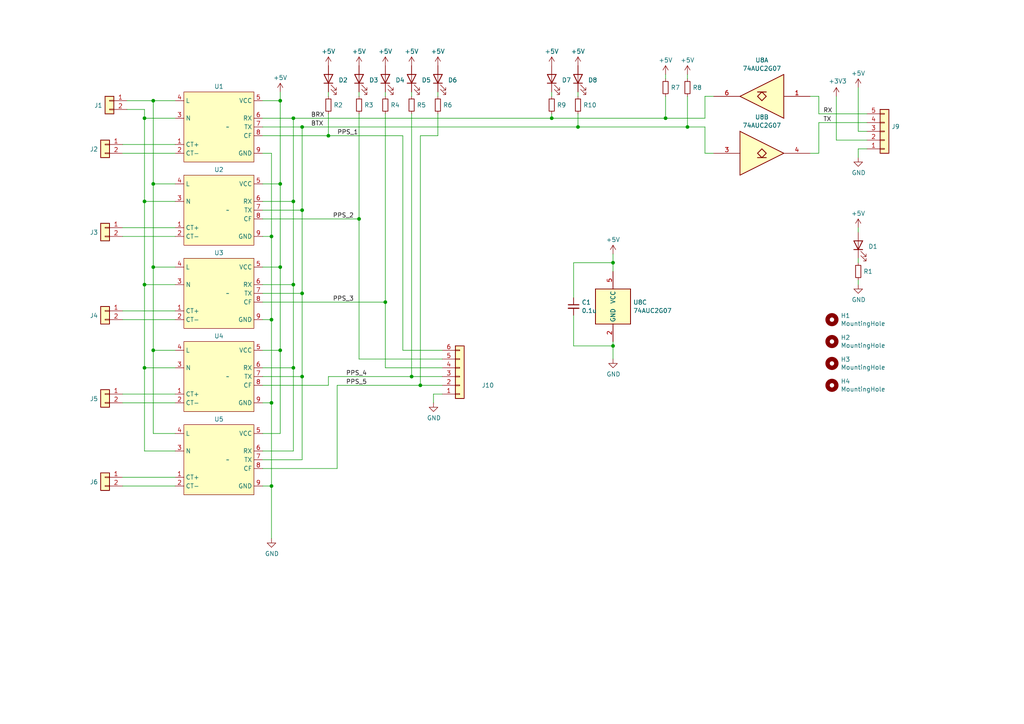
<source format=kicad_sch>
(kicad_sch (version 20230121) (generator eeschema)
  (paper "A4")
  (lib_symbols
    (symbol "74xGxx:74AUC2G07"
      (property "Reference" "U" (at -2.54 3.81 0))
      (property "Value" "74AUC2G07" (at 0 -3.81 0))
      (symbol "74AUC2G07_1_1"
        (polyline (pts (xy -2.54 -1.27) (xy 0 -1.27)) (stroke (width 0.254)) (fill (type background)))
        (polyline (pts (xy -7.62 6.35) (xy -7.62 -6.35) (xy 5.08 0) (xy -7.62 6.35)) (stroke (width 0.254)) (fill (type background)))
        (polyline (pts (xy -1.27 1.27) (xy -2.54 0) (xy -1.27 -1.27) (xy 0 0) (xy -1.27 1.27)) (stroke (width 0.254)) (fill (type background)))
        (pin input line (at -15.24 0 0) (length 7.62) (name "~") (number "1"))
        (pin open_collector line (at 12.7 0 180) (length 7.62) (name "~") (number "6"))
      )
      (symbol "74AUC2G07_2_1"
        (polyline (pts (xy -2.54 -1.27) (xy 0 -1.27)) (stroke (width 0.254)) (fill (type background)))
        (polyline (pts (xy -7.62 6.35) (xy -7.62 -6.35) (xy 5.08 0) (xy -7.62 6.35)) (stroke (width 0.254)) (fill (type background)))
        (polyline (pts (xy -1.27 1.27) (xy -2.54 0) (xy -1.27 -1.27) (xy 0 0) (xy -1.27 1.27)) (stroke (width 0.254)) (fill (type background)))
        (pin input line (at -15.24 0 0) (length 7.62) (name "~") (number "3"))
        (pin open_collector line (at 12.7 0 180) (length 7.62) (name "~") (number "4"))
      )
      (symbol "74AUC2G07_3_0"
        (rectangle (start -5.08 -5.08) (end 5.08 5.08) (stroke (width 0.254)) (fill (type background)))
      )
      (symbol "74AUC2G07_3_1"
        (pin power_in line (at 0 -10.16 90) (length 5.08) (name "GND") (number "2"))
        (pin power_in line (at 0 10.16 270) (length 5.08) (name "VCC") (number "5"))
      )
    )
    (symbol "Connector_Generic:Conn_01x02" (pin_names (offset 1.016) hide)
      (property "Reference" "J" (at 0 2.54 0))
      (property "Value" "Conn_01x02" (at 0 -5.08 0))
      (symbol "Conn_01x02_1_1"
        (rectangle (start -1.27 -2.413) (end 0 -2.667) (stroke (width 0.1524)))
        (rectangle (start -1.27 0.127) (end 0 -0.127) (stroke (width 0.1524)))
        (rectangle (start -1.27 1.27) (end 1.27 -3.81) (stroke (width 0.254)) (fill (type background)))
        (pin passive line (at -5.08 0 0) (length 3.81) (name "Pin_1") (number "1"))
        (pin passive line (at -5.08 -2.54 0) (length 3.81) (name "Pin_2") (number "2"))
      )
    )
    (symbol "Connector_Generic:Conn_01x05" (pin_names (offset 1.016) hide)
      (property "Reference" "J" (at 0 7.62 0))
      (property "Value" "Conn_01x05" (at 0 -7.62 0))
      (symbol "Conn_01x05_1_1"
        (rectangle (start -1.27 -4.953) (end 0 -5.207) (stroke (width 0.1524)))
        (rectangle (start -1.27 -2.413) (end 0 -2.667) (stroke (width 0.1524)))
        (rectangle (start -1.27 0.127) (end 0 -0.127) (stroke (width 0.1524)))
        (rectangle (start -1.27 2.667) (end 0 2.413) (stroke (width 0.1524)))
        (rectangle (start -1.27 5.207) (end 0 4.953) (stroke (width 0.1524)))
        (rectangle (start -1.27 6.35) (end 1.27 -6.35) (stroke (width 0.254)) (fill (type background)))
        (pin passive line (at -5.08 5.08 0) (length 3.81) (name "Pin_1") (number "1"))
        (pin passive line (at -5.08 2.54 0) (length 3.81) (name "Pin_2") (number "2"))
        (pin passive line (at -5.08 0 0) (length 3.81) (name "Pin_3") (number "3"))
        (pin passive line (at -5.08 -2.54 0) (length 3.81) (name "Pin_4") (number "4"))
        (pin passive line (at -5.08 -5.08 0) (length 3.81) (name "Pin_5") (number "5"))
      )
    )
    (symbol "Connector_Generic:Conn_01x06" (pin_names (offset 1.016) hide)
      (property "Reference" "J" (at 0 7.62 0))
      (property "Value" "Conn_01x06" (at 0 -10.16 0))
      (symbol "Conn_01x06_1_1"
        (rectangle (start -1.27 -7.493) (end 0 -7.747) (stroke (width 0.1524)))
        (rectangle (start -1.27 -4.953) (end 0 -5.207) (stroke (width 0.1524)))
        (rectangle (start -1.27 -2.413) (end 0 -2.667) (stroke (width 0.1524)))
        (rectangle (start -1.27 0.127) (end 0 -0.127) (stroke (width 0.1524)))
        (rectangle (start -1.27 2.667) (end 0 2.413) (stroke (width 0.1524)))
        (rectangle (start -1.27 5.207) (end 0 4.953) (stroke (width 0.1524)))
        (rectangle (start -1.27 6.35) (end 1.27 -8.89) (stroke (width 0.254)) (fill (type background)))
        (pin passive line (at -5.08 5.08 0) (length 3.81) (name "Pin_1") (number "1"))
        (pin passive line (at -5.08 2.54 0) (length 3.81) (name "Pin_2") (number "2"))
        (pin passive line (at -5.08 0 0) (length 3.81) (name "Pin_3") (number "3"))
        (pin passive line (at -5.08 -2.54 0) (length 3.81) (name "Pin_4") (number "4"))
        (pin passive line (at -5.08 -5.08 0) (length 3.81) (name "Pin_5") (number "5"))
        (pin passive line (at -5.08 -7.62 0) (length 3.81) (name "Pin_6") (number "6"))
      )
    )
    (symbol "Device:C_Small" (pin_numbers hide) (pin_names (offset 0.254) hide)
      (property "Reference" "C" (at 0.254 1.778 0))
      (property "Value" "C_Small" (at 0.254 -2.032 0))
      (symbol "C_Small_0_1"
        (polyline (pts (xy -1.524 -0.508) (xy 1.524 -0.508)) (stroke (width 0.3302)))
        (polyline (pts (xy -1.524 0.508) (xy 1.524 0.508)) (stroke (width 0.3048)))
      )
      (symbol "C_Small_1_1"
        (pin passive line (at 0 2.54 270) (length 2.032) (name "~") (number "1"))
        (pin passive line (at 0 -2.54 90) (length 2.032) (name "~") (number "2"))
      )
    )
    (symbol "Device:LED" (pin_numbers hide) (pin_names (offset 1.016) hide)
      (property "Reference" "D" (at 0 2.54 0))
      (property "Value" "LED" (at 0 -2.54 0))
      (symbol "LED_0_1"
        (polyline (pts (xy -1.27 -1.27) (xy -1.27 1.27)) (stroke (width 0.254)))
        (polyline (pts (xy -1.27 0) (xy 1.27 0)))
        (polyline (pts (xy 1.27 -1.27) (xy 1.27 1.27) (xy -1.27 0) (xy 1.27 -1.27)) (stroke (width 0.254)))
        (polyline (pts (xy -3.048 -0.762) (xy -4.572 -2.286) (xy -3.81 -2.286) (xy -4.572 -2.286) (xy -4.572 -1.524)))
        (polyline (pts (xy -1.778 -0.762) (xy -3.302 -2.286) (xy -2.54 -2.286) (xy -3.302 -2.286) (xy -3.302 -1.524)))
      )
      (symbol "LED_1_1"
        (pin passive line (at -3.81 0 0) (length 2.54) (name "K") (number "1"))
        (pin passive line (at 3.81 0 180) (length 2.54) (name "A") (number "2"))
      )
    )
    (symbol "Device:R_Small" (pin_numbers hide) (pin_names (offset 0.254) hide)
      (property "Reference" "R" (at 0.762 0.508 0))
      (property "Value" "R_Small" (at 0.762 -1.016 0))
      (symbol "R_Small_0_1"
        (rectangle (start -0.762 1.778) (end 0.762 -1.778) (stroke (width 0.2032)))
      )
      (symbol "R_Small_1_1"
        (pin passive line (at 0 2.54 270) (length 0.762) (name "~") (number "1"))
        (pin passive line (at 0 -2.54 90) (length 0.762) (name "~") (number "2"))
      )
    )
    (symbol "Mechanical:MountingHole" (pin_names (offset 1.016))
      (property "Reference" "H" (at 0 5.08 0))
      (property "Value" "MountingHole" (at 0 3.175 0))
      (symbol "MountingHole_0_1"
        (circle (center 0 0) (radius 1.27) (stroke (width 1.27)))
      )
    )
    (symbol "custom:PZEM-004T-100A-D-P"
      (property "Reference" "U" (at -10.16 12.065 0))
      (symbol "PZEM-004T-100A-D-P_1_1"
        (rectangle (start -12.7 10.16) (end 7.62 -10.16) (fill (type background)))
        (pin input line (at -15.24 -5.08 0) (length 2.54) (name "CT+") (number "1"))
        (pin input line (at -15.24 -7.62 0) (length 2.54) (name "CT-") (number "2"))
        (pin input line (at -15.24 2.54 0) (length 2.54) (name "N") (number "3"))
        (pin input line (at -15.24 7.62 0) (length 2.54) (name "L") (number "4"))
        (pin power_in line (at 10.16 7.62 180) (length 2.54) (name "VCC") (number "5"))
        (pin open_collector line (at 10.16 2.54 180) (length 2.54) (name "RX") (number "6"))
        (pin open_collector line (at 10.16 0 180) (length 2.54) (name "TX") (number "7"))
        (pin open_collector line (at 10.16 -2.54 180) (length 2.54) (name "CF") (number "8"))
        (pin power_in line (at 10.16 -7.62 180) (length 2.54) (name "GND") (number "9"))
      )
    )
    (symbol "power:+3V3" (power) (pin_names (offset 0))
      (property "Value" "+3V3" (at 0 3.556 0))
      (symbol "+3V3_0_1"
        (polyline (pts (xy -0.762 1.27) (xy 0 2.54)))
        (polyline (pts (xy 0 0) (xy 0 2.54)))
        (polyline (pts (xy 0 2.54) (xy 0.762 1.27)))
      )
      (symbol "+3V3_1_1"
        (pin power_in line (at 0 0 90) (length 0) hide (name "+3V3") (number "1"))
      )
    )
    (symbol "power:+5V" (power) (pin_names (offset 0))
      (property "Value" "+5V" (at 0 3.556 0))
      (symbol "+5V_0_1"
        (polyline (pts (xy -0.762 1.27) (xy 0 2.54)))
        (polyline (pts (xy 0 0) (xy 0 2.54)))
        (polyline (pts (xy 0 2.54) (xy 0.762 1.27)))
      )
      (symbol "+5V_1_1"
        (pin power_in line (at 0 0 90) (length 0) hide (name "+5V") (number "1"))
      )
    )
    (symbol "power:GND" (power) (pin_names (offset 0))
      (property "Value" "GND" (at 0 -3.81 0))
      (symbol "GND_0_1"
        (polyline (pts (xy 0 0) (xy 0 -1.27) (xy 1.27 -1.27) (xy 0 -2.54) (xy -1.27 -1.27) (xy 0 -1.27)))
      )
      (symbol "GND_1_1"
        (pin power_in line (at 0 0 270) (length 0) hide (name "GND") (number "1"))
      )
    )
  )
  (junction (at 87.63 60.96))
  (junction (at 44.45 29.21))
  (junction (at 111.76 87.63))
  (junction (at 81.28 101.6))
  (junction (at 81.28 29.21))
  (junction (at 81.28 53.34))
  (junction (at 78.74 92.71))
  (junction (at 85.09 106.68))
  (junction (at 95.25 39.37))
  (junction (at 78.74 116.84))
  (junction (at 85.09 34.29))
  (junction (at 104.14 63.5))
  (junction (at 44.45 53.34))
  (junction (at 81.28 77.47))
  (junction (at 177.8 100.33))
  (junction (at 193.04 34.29))
  (junction (at 41.91 34.29))
  (junction (at 160.02 34.29))
  (junction (at 119.38 109.22))
  (junction (at 121.92 111.76))
  (junction (at 87.63 36.83))
  (junction (at 85.09 58.42))
  (junction (at 44.45 77.47))
  (junction (at 78.74 140.97))
  (junction (at 177.8 76.2))
  (junction (at 41.91 106.68))
  (junction (at 87.63 109.22))
  (junction (at 87.63 85.09))
  (junction (at 167.64 36.83))
  (junction (at 41.91 58.42))
  (junction (at 44.45 101.6))
  (junction (at 41.91 82.55))
  (junction (at 78.74 68.58))
  (junction (at 85.09 82.55))
  (junction (at 199.39 36.83))
  (wire (pts (xy 125.73 114.3) (xy 128.27 114.3)))
  (wire (pts (xy 97.79 111.76) (xy 121.92 111.76)))
  (wire (pts (xy 81.28 29.21) (xy 81.28 53.34)))
  (wire (pts (xy 193.04 27.94) (xy 193.04 34.29)))
  (wire (pts (xy 119.38 109.22) (xy 128.27 109.22)))
  (wire (pts (xy 35.56 68.58) (xy 50.8 68.58)))
  (wire (pts (xy 76.2 77.47) (xy 81.28 77.47)))
  (wire (pts (xy 81.28 29.21) (xy 76.2 29.21)))
  (wire (pts (xy 248.92 25.4) (xy 248.92 38.1)))
  (wire (pts (xy 85.09 34.29) (xy 76.2 34.29)))
  (wire (pts (xy 35.56 90.17) (xy 50.8 90.17)))
  (wire (pts (xy 81.28 101.6) (xy 81.28 77.47)))
  (wire (pts (xy 44.45 29.21) (xy 44.45 53.34)))
  (wire (pts (xy 237.49 33.02) (xy 251.46 33.02)))
  (wire (pts (xy 199.39 36.83) (xy 204.47 36.83)))
  (wire (pts (xy 35.56 114.3) (xy 50.8 114.3)))
  (wire (pts (xy 127 26.67) (xy 127 27.94)))
  (wire (pts (xy 97.79 135.89) (xy 97.79 111.76)))
  (wire (pts (xy 35.56 116.84) (xy 50.8 116.84)))
  (wire (pts (xy 193.04 34.29) (xy 204.47 34.29)))
  (wire (pts (xy 166.37 76.2) (xy 166.37 86.36)))
  (wire (pts (xy 234.95 44.45) (xy 237.49 44.45)))
  (wire (pts (xy 166.37 100.33) (xy 177.8 100.33)))
  (wire (pts (xy 78.74 116.84) (xy 78.74 92.71)))
  (wire (pts (xy 242.57 40.64) (xy 251.46 40.64)))
  (wire (pts (xy 50.8 53.34) (xy 44.45 53.34)))
  (wire (pts (xy 81.28 26.67) (xy 81.28 29.21)))
  (wire (pts (xy 35.56 44.45) (xy 50.8 44.45)))
  (wire (pts (xy 50.8 101.6) (xy 44.45 101.6)))
  (wire (pts (xy 35.56 138.43) (xy 50.8 138.43)))
  (wire (pts (xy 76.2 92.71) (xy 78.74 92.71)))
  (wire (pts (xy 41.91 82.55) (xy 41.91 106.68)))
  (wire (pts (xy 125.73 116.84) (xy 125.73 114.3)))
  (wire (pts (xy 160.02 34.29) (xy 193.04 34.29)))
  (wire (pts (xy 78.74 68.58) (xy 76.2 68.58)))
  (wire (pts (xy 237.49 35.56) (xy 251.46 35.56)))
  (wire (pts (xy 85.09 82.55) (xy 85.09 106.68)))
  (wire (pts (xy 76.2 116.84) (xy 78.74 116.84)))
  (wire (pts (xy 128.27 106.68) (xy 111.76 106.68)))
  (wire (pts (xy 128.27 101.6) (xy 116.84 101.6)))
  (wire (pts (xy 104.14 33.02) (xy 104.14 63.5)))
  (wire (pts (xy 95.25 109.22) (xy 119.38 109.22)))
  (wire (pts (xy 104.14 26.67) (xy 104.14 27.94)))
  (wire (pts (xy 50.8 77.47) (xy 44.45 77.47)))
  (wire (pts (xy 248.92 66.04) (xy 248.92 67.31)))
  (wire (pts (xy 41.91 130.81) (xy 50.8 130.81)))
  (wire (pts (xy 177.8 100.33) (xy 177.8 104.14)))
  (wire (pts (xy 76.2 135.89) (xy 97.79 135.89)))
  (wire (pts (xy 248.92 45.72) (xy 248.92 43.18)))
  (wire (pts (xy 177.8 76.2) (xy 177.8 78.74)))
  (wire (pts (xy 95.25 26.67) (xy 95.25 27.94)))
  (wire (pts (xy 41.91 58.42) (xy 50.8 58.42)))
  (wire (pts (xy 85.09 58.42) (xy 85.09 82.55)))
  (wire (pts (xy 87.63 109.22) (xy 87.63 133.35)))
  (wire (pts (xy 237.49 33.02) (xy 237.49 27.94)))
  (wire (pts (xy 248.92 74.93) (xy 248.92 76.2)))
  (wire (pts (xy 87.63 60.96) (xy 87.63 36.83)))
  (wire (pts (xy 44.45 53.34) (xy 44.45 77.47)))
  (wire (pts (xy 78.74 44.45) (xy 76.2 44.45)))
  (wire (pts (xy 237.49 27.94) (xy 234.95 27.94)))
  (wire (pts (xy 44.45 77.47) (xy 44.45 101.6)))
  (wire (pts (xy 81.28 125.73) (xy 81.28 101.6)))
  (wire (pts (xy 160.02 26.67) (xy 160.02 27.94)))
  (wire (pts (xy 95.25 111.76) (xy 76.2 111.76)))
  (wire (pts (xy 35.56 92.71) (xy 50.8 92.71)))
  (wire (pts (xy 76.2 39.37) (xy 95.25 39.37)))
  (wire (pts (xy 87.63 85.09) (xy 87.63 109.22)))
  (wire (pts (xy 78.74 140.97) (xy 78.74 116.84)))
  (wire (pts (xy 76.2 82.55) (xy 85.09 82.55)))
  (wire (pts (xy 95.25 33.02) (xy 95.25 39.37)))
  (wire (pts (xy 177.8 99.06) (xy 177.8 100.33)))
  (wire (pts (xy 76.2 109.22) (xy 87.63 109.22)))
  (wire (pts (xy 78.74 92.71) (xy 78.74 68.58)))
  (wire (pts (xy 35.56 140.97) (xy 50.8 140.97)))
  (wire (pts (xy 85.09 58.42) (xy 85.09 34.29)))
  (wire (pts (xy 87.63 36.83) (xy 167.64 36.83)))
  (wire (pts (xy 76.2 133.35) (xy 87.63 133.35)))
  (wire (pts (xy 119.38 33.02) (xy 119.38 109.22)))
  (wire (pts (xy 204.47 36.83) (xy 204.47 44.45)))
  (wire (pts (xy 248.92 43.18) (xy 251.46 43.18)))
  (wire (pts (xy 167.64 36.83) (xy 199.39 36.83)))
  (wire (pts (xy 81.28 77.47) (xy 81.28 53.34)))
  (wire (pts (xy 248.92 38.1) (xy 251.46 38.1)))
  (wire (pts (xy 41.91 34.29) (xy 50.8 34.29)))
  (wire (pts (xy 128.27 104.14) (xy 104.14 104.14)))
  (wire (pts (xy 199.39 21.59) (xy 199.39 22.86)))
  (wire (pts (xy 81.28 53.34) (xy 76.2 53.34)))
  (wire (pts (xy 76.2 125.73) (xy 81.28 125.73)))
  (wire (pts (xy 193.04 21.59) (xy 193.04 22.86)))
  (wire (pts (xy 87.63 36.83) (xy 76.2 36.83)))
  (wire (pts (xy 116.84 39.37) (xy 95.25 39.37)))
  (wire (pts (xy 207.01 27.94) (xy 204.47 27.94)))
  (wire (pts (xy 121.92 111.76) (xy 128.27 111.76)))
  (wire (pts (xy 127 39.37) (xy 121.92 39.37)))
  (wire (pts (xy 76.2 58.42) (xy 85.09 58.42)))
  (wire (pts (xy 167.64 33.02) (xy 167.64 36.83)))
  (wire (pts (xy 41.91 82.55) (xy 50.8 82.55)))
  (wire (pts (xy 204.47 27.94) (xy 204.47 34.29)))
  (wire (pts (xy 237.49 44.45) (xy 237.49 35.56)))
  (wire (pts (xy 119.38 26.67) (xy 119.38 27.94)))
  (wire (pts (xy 242.57 27.94) (xy 242.57 40.64)))
  (wire (pts (xy 76.2 85.09) (xy 87.63 85.09)))
  (wire (pts (xy 76.2 101.6) (xy 81.28 101.6)))
  (wire (pts (xy 41.91 106.68) (xy 50.8 106.68)))
  (wire (pts (xy 87.63 60.96) (xy 87.63 85.09)))
  (wire (pts (xy 78.74 140.97) (xy 78.74 156.21)))
  (wire (pts (xy 167.64 26.67) (xy 167.64 27.94)))
  (wire (pts (xy 36.83 31.75) (xy 41.91 31.75)))
  (wire (pts (xy 116.84 39.37) (xy 116.84 101.6)))
  (wire (pts (xy 104.14 63.5) (xy 76.2 63.5)))
  (wire (pts (xy 160.02 33.02) (xy 160.02 34.29)))
  (wire (pts (xy 76.2 140.97) (xy 78.74 140.97)))
  (wire (pts (xy 204.47 44.45) (xy 207.01 44.45)))
  (wire (pts (xy 76.2 130.81) (xy 85.09 130.81)))
  (wire (pts (xy 111.76 87.63) (xy 76.2 87.63)))
  (wire (pts (xy 177.8 73.66) (xy 177.8 76.2)))
  (wire (pts (xy 41.91 31.75) (xy 41.91 34.29)))
  (wire (pts (xy 95.25 109.22) (xy 95.25 111.76)))
  (wire (pts (xy 177.8 76.2) (xy 166.37 76.2)))
  (wire (pts (xy 50.8 125.73) (xy 44.45 125.73)))
  (wire (pts (xy 111.76 26.67) (xy 111.76 27.94)))
  (wire (pts (xy 41.91 58.42) (xy 41.91 82.55)))
  (wire (pts (xy 104.14 104.14) (xy 104.14 63.5)))
  (wire (pts (xy 78.74 44.45) (xy 78.74 68.58)))
  (wire (pts (xy 85.09 34.29) (xy 160.02 34.29)))
  (wire (pts (xy 166.37 91.44) (xy 166.37 100.33)))
  (wire (pts (xy 35.56 41.91) (xy 50.8 41.91)))
  (wire (pts (xy 41.91 34.29) (xy 41.91 58.42)))
  (wire (pts (xy 76.2 60.96) (xy 87.63 60.96)))
  (wire (pts (xy 36.83 29.21) (xy 44.45 29.21)))
  (wire (pts (xy 35.56 66.04) (xy 50.8 66.04)))
  (wire (pts (xy 127 33.02) (xy 127 39.37)))
  (wire (pts (xy 111.76 33.02) (xy 111.76 87.63)))
  (wire (pts (xy 199.39 27.94) (xy 199.39 36.83)))
  (wire (pts (xy 111.76 106.68) (xy 111.76 87.63)))
  (wire (pts (xy 44.45 101.6) (xy 44.45 125.73)))
  (wire (pts (xy 85.09 106.68) (xy 85.09 130.81)))
  (wire (pts (xy 41.91 106.68) (xy 41.91 130.81)))
  (wire (pts (xy 44.45 29.21) (xy 50.8 29.21)))
  (wire (pts (xy 121.92 39.37) (xy 121.92 111.76)))
  (wire (pts (xy 248.92 81.28) (xy 248.92 82.55)))
  (wire (pts (xy 76.2 106.68) (xy 85.09 106.68)))
  (label "PPS_5" (at 100.33 111.76 0))
  (label "TX" (at 238.76 35.56 0))
  (label "PPS_3" (at 96.52 87.63 0))
  (label "PPS_2" (at 96.52 63.5 0))
  (label "BTX" (at 90.17 36.83 0))
  (label "PPS_4" (at 100.33 109.22 0))
  (label "PPS_1" (at 97.79 39.37 0))
  (label "BRX" (at 90.17 34.29 0))
  (label "RX" (at 238.76 33.02 0))
  (symbol (lib_id "Mechanical:MountingHole") (at 241.3 92.71 0) (unit 1)
    (property "Reference" "H1" (at 243.84 91.5416 0) (effects (justify left)))
    (property "Value" "MountingHole" (at 243.84 93.853 0) (effects (justify left)))
    (property "Footprint" "MountingHole:MountingHole_3.2mm_M3_Pad_Via" (effects hide))
  )
  (symbol (lib_id "Mechanical:MountingHole") (at 241.3 99.06 0) (unit 1)
    (property "Reference" "H2" (at 243.84 97.8916 0) (effects (justify left)))
    (property "Value" "MountingHole" (at 243.84 100.203 0) (effects (justify left)))
    (property "Footprint" "MountingHole:MountingHole_3.2mm_M3_Pad_Via" (effects hide))
  )
  (symbol (lib_id "Mechanical:MountingHole") (at 241.3 105.41 0) (unit 1)
    (property "Reference" "H3" (at 243.84 104.2416 0) (effects (justify left)))
    (property "Value" "MountingHole" (at 243.84 106.553 0) (effects (justify left)))
    (property "Footprint" "MountingHole:MountingHole_3.2mm_M3_Pad_Via" (effects hide))
  )
  (symbol (lib_id "Mechanical:MountingHole") (at 241.3 111.76 0) (unit 1)
    (property "Reference" "H4" (at 243.84 110.5916 0) (effects (justify left)))
    (property "Value" "MountingHole" (at 243.84 112.903 0) (effects (justify left)))
    (property "Footprint" "MountingHole:MountingHole_3.2mm_M3_Pad_Via" (effects hide))
  )
  (symbol (lib_id "Device:C_Small") (at 166.37 88.9 0) (unit 1)
    (property "Reference" "C1" (at 168.6941 87.6942 0) (effects (justify left)))
    (property "Value" "0.1u" (at 168.6941 90.1184 0) (effects (justify left)))
    (property "Footprint" "Capacitor_SMD:C_0603_1608Metric" (effects hide))
  )
  (symbol (lib_id "Device:R_Small") (at 248.92 78.74 0) (unit 1)
    (property "Reference" "R1" (at 250.4186 78.74 0) (effects (justify left)))
    (property "Value" "R_Small" (effects hide))
    (property "Footprint" "Resistor_SMD:R_0603_1608Metric" (effects hide))
  )
  (symbol (lib_id "power:+5V") (at 248.92 66.04 0) (unit 1)
    (property "Reference" "#PWR02" (effects hide))
    (property "Value" "+5V" (at 248.92 61.9069 0))
  )
  (symbol (lib_id "power:+5V") (at 81.28 26.67 0) (unit 1)
    (property "Reference" "#PWR03" (effects hide))
    (property "Value" "+5V" (at 81.28 22.5369 0))
  )
  (symbol (lib_id "power:GND") (at 177.8 104.14 0) (unit 1)
    (property "Reference" "#PWR021" (effects hide))
    (property "Value" "GND" (at 177.927 108.5342 0))
  )
  (symbol (lib_id "custom:PZEM-004T-100A-D-P") (at 66.04 85.09 0) (unit 1)
    (property "Reference" "U3" (at 63.5 73.3369 0))
    (property "Value" "~" (at 66.04 85.09 0))
    (property "Footprint" "custom:PZEM Card-Socket" (effects hide))
  )
  (symbol (lib_id "74xGxx:74AUC2G07") (at 222.25 44.45 0) (unit 2)
    (property "Reference" "U8" (at 220.98 33.9557 0))
    (property "Value" "74AUC2G07" (at 220.98 36.3799 0))
    (property "Footprint" "Package_TO_SOT_SMD:SOT-23-6_Handsoldering" (effects hide))
    (property "Datasheet" "http://www.ti.com/lit/sg/scyt129e/scyt129e.pdf" (effects hide))
  )
  (symbol (lib_id "Device:LED") (at 95.25 22.86 90) (unit 1)
    (property "Reference" "D2" (at 98.171 23.2354 90) (effects (justify right)))
    (property "Value" "LED" (effects hide))
    (property "Footprint" "LED_SMD:LED_0603_1608Metric" (effects hide))
  )
  (symbol (lib_id "custom:PZEM-004T-100A-D-P") (at 66.04 36.83 0) (unit 1)
    (property "Reference" "U1" (at 63.5 25.0769 0))
    (property "Value" "~" (at 66.04 36.83 0))
    (property "Footprint" "custom:PZEM Card-Socket" (effects hide))
  )
  (symbol (lib_id "power:+5V") (at 167.64 19.05 0) (unit 1)
    (property "Reference" "#PWR07" (effects hide))
    (property "Value" "+5V" (at 167.64 14.9169 0))
  )
  (symbol (lib_id "power:GND") (at 248.92 82.55 0) (unit 1)
    (property "Reference" "#PWR013" (effects hide))
    (property "Value" "GND" (at 249.047 86.9442 0))
  )
  (symbol (lib_id "Device:LED") (at 127 22.86 90) (unit 1)
    (property "Reference" "D6" (at 129.921 23.2354 90) (effects (justify right)))
    (property "Value" "LED" (effects hide))
    (property "Footprint" "LED_SMD:LED_0603_1608Metric" (effects hide))
  )
  (symbol (lib_id "power:+5V") (at 199.39 21.59 0) (unit 1)
    (property "Reference" "#PWR014" (effects hide))
    (property "Value" "+5V" (at 199.39 17.4569 0))
  )
  (symbol (lib_id "Connector_Generic:Conn_01x02") (at 31.75 29.21 0) (mirror y) (unit 1)
    (property "Reference" "J1" (at 29.718 30.5816 0) (effects (justify left)))
    (property "Value" "Conn_01x02" (effects hide))
    (property "Footprint" "Connector_Phoenix_MC_HighVoltage:PhoenixContact_MC_1,5_2-G-5.08_1x02_P5.08mm_Horizontal" (effects hide))
  )
  (symbol (lib_id "Device:R_Small") (at 104.14 30.48 0) (unit 1)
    (property "Reference" "R3" (at 105.6386 30.48 0) (effects (justify left)))
    (property "Value" "R_Small" (effects hide))
    (property "Footprint" "Resistor_SMD:R_0603_1608Metric" (effects hide))
  )
  (symbol (lib_id "Device:R_Small") (at 119.38 30.48 0) (unit 1)
    (property "Reference" "R5" (at 120.8786 30.48 0) (effects (justify left)))
    (property "Value" "R_Small" (effects hide))
    (property "Footprint" "Resistor_SMD:R_0603_1608Metric" (effects hide))
  )
  (symbol (lib_id "Device:LED") (at 104.14 22.86 90) (unit 1)
    (property "Reference" "D3" (at 107.061 23.2354 90) (effects (justify right)))
    (property "Value" "LED" (effects hide))
    (property "Footprint" "LED_SMD:LED_0603_1608Metric" (effects hide))
  )
  (symbol (lib_id "Device:LED") (at 160.02 22.86 90) (unit 1)
    (property "Reference" "D7" (at 162.941 23.2354 90) (effects (justify right)))
    (property "Value" "LED" (effects hide))
    (property "Footprint" "LED_SMD:LED_0603_1608Metric" (effects hide))
  )
  (symbol (lib_id "power:GND") (at 248.92 45.72 0) (unit 1)
    (property "Reference" "#PWR018" (effects hide))
    (property "Value" "GND" (at 249.047 50.1142 0))
  )
  (symbol (lib_id "Connector_Generic:Conn_01x02") (at 30.48 138.43 0) (mirror y) (unit 1)
    (property "Reference" "J6" (at 28.448 139.8016 0) (effects (justify left)))
    (property "Value" "Conn_01x04" (effects hide))
    (property "Footprint" "Connector_JST:JST_XH_B2B-XH-A_1x02_P2.50mm_Vertical" (effects hide))
  )
  (symbol (lib_id "Connector_Generic:Conn_01x02") (at 30.48 114.3 0) (mirror y) (unit 1)
    (property "Reference" "J5" (at 28.448 115.6716 0) (effects (justify left)))
    (property "Value" "Conn_01x04" (effects hide))
    (property "Footprint" "Connector_JST:JST_XH_B2B-XH-A_1x02_P2.50mm_Vertical" (effects hide))
  )
  (symbol (lib_id "power:+5V") (at 160.02 19.05 0) (unit 1)
    (property "Reference" "#PWR06" (effects hide))
    (property "Value" "+5V" (at 160.02 14.9169 0))
  )
  (symbol (lib_id "Device:R_Small") (at 167.64 30.48 0) (unit 1)
    (property "Reference" "R10" (at 169.1386 30.48 0) (effects (justify left)))
    (property "Value" "R_Small" (effects hide))
    (property "Footprint" "Resistor_SMD:R_0603_1608Metric" (effects hide))
  )
  (symbol (lib_id "power:GND") (at 78.74 156.21 0) (unit 1)
    (property "Reference" "#PWR01" (effects hide))
    (property "Value" "GND" (at 78.867 160.6042 0))
  )
  (symbol (lib_id "custom:PZEM-004T-100A-D-P") (at 66.04 133.35 0) (unit 1)
    (property "Reference" "U5" (at 63.5 121.5969 0))
    (property "Value" "~" (at 66.04 133.35 0))
    (property "Footprint" "custom:PZEM Card-Socket" (effects hide))
  )
  (symbol (lib_id "74xGxx:74AUC2G07") (at 177.8 88.9 0) (unit 3)
    (property "Reference" "U8" (at 183.642 87.6879 0) (effects (justify left)))
    (property "Value" "74AUC2G07" (at 183.642 90.1121 0) (effects (justify left)))
    (property "Footprint" "Package_TO_SOT_SMD:SOT-23-6_Handsoldering" (effects hide))
    (property "Datasheet" "http://www.ti.com/lit/sg/scyt129e/scyt129e.pdf" (effects hide))
  )
  (symbol (lib_id "power:+5V") (at 177.8 73.66 0) (unit 1)
    (property "Reference" "#PWR020" (effects hide))
    (property "Value" "+5V" (at 177.8 69.5269 0))
  )
  (symbol (lib_id "custom:PZEM-004T-100A-D-P") (at 66.04 60.96 0) (unit 1)
    (property "Reference" "U2" (at 63.5 49.2069 0))
    (property "Value" "~" (at 66.04 60.96 0))
    (property "Footprint" "custom:PZEM Card-Socket" (effects hide))
  )
  (symbol (lib_id "Connector_Generic:Conn_01x02") (at 30.48 90.17 0) (mirror y) (unit 1)
    (property "Reference" "J4" (at 28.448 91.5416 0) (effects (justify left)))
    (property "Value" "Conn_01x04" (effects hide))
    (property "Footprint" "Connector_JST:JST_XH_B2B-XH-A_1x02_P2.50mm_Vertical" (effects hide))
  )
  (symbol (lib_id "power:+5V") (at 248.92 25.4 0) (unit 1)
    (property "Reference" "#PWR016" (effects hide))
    (property "Value" "+5V" (at 248.92 21.2669 0))
  )
  (symbol (lib_id "power:+5V") (at 111.76 19.05 0) (unit 1)
    (property "Reference" "#PWR011" (effects hide))
    (property "Value" "+5V" (at 111.76 14.9169 0))
  )
  (symbol (lib_id "Device:R_Small") (at 199.39 25.4 0) (unit 1)
    (property "Reference" "R8" (at 200.8886 25.4 0) (effects (justify left)))
    (property "Value" "R_Small" (effects hide))
    (property "Footprint" "Resistor_SMD:R_0603_1608Metric" (effects hide))
  )
  (symbol (lib_id "Device:R_Small") (at 193.04 25.4 0) (unit 1)
    (property "Reference" "R7" (at 194.5386 25.4 0) (effects (justify left)))
    (property "Value" "R_Small" (effects hide))
    (property "Footprint" "Resistor_SMD:R_0603_1608Metric" (effects hide))
  )
  (symbol (lib_id "custom:PZEM-004T-100A-D-P") (at 66.04 109.22 0) (unit 1)
    (property "Reference" "U4" (at 63.5 97.4669 0))
    (property "Value" "~" (at 66.04 109.22 0))
    (property "Footprint" "custom:PZEM Card-Socket" (effects hide))
  )
  (symbol (lib_id "power:+3V3") (at 242.57 27.94 0) (unit 1)
    (property "Reference" "#PWR017" (effects hide))
    (property "Value" "+3V3" (at 242.951 23.5458 0))
  )
  (symbol (lib_id "Connector_Generic:Conn_01x02") (at 30.48 41.91 0) (mirror y) (unit 1)
    (property "Reference" "J2" (at 28.448 43.2816 0) (effects (justify left)))
    (property "Value" "Conn_01x04" (effects hide))
    (property "Footprint" "Connector_JST:JST_XH_B2B-XH-A_1x02_P2.50mm_Vertical" (effects hide))
  )
  (symbol (lib_id "Connector_Generic:Conn_01x05") (at 256.54 38.1 0) (mirror x) (unit 1)
    (property "Reference" "J9" (at 258.572 36.7284 0) (effects (justify left)))
    (property "Value" "Conn_01x05" (effects hide))
    (property "Footprint" "Connector_JST:JST_XH_B5B-XH-A_1x05_P2.50mm_Vertical" (effects hide))
  )
  (symbol (lib_id "74xGxx:74AUC2G07") (at 219.71 27.94 180) (unit 1)
    (property "Reference" "U8" (at 220.98 17.4457 0))
    (property "Value" "74AUC2G07" (at 220.98 19.8699 0))
    (property "Footprint" "Package_TO_SOT_SMD:SOT-23-6_Handsoldering" (effects hide))
    (property "Datasheet" "http://www.ti.com/lit/sg/scyt129e/scyt129e.pdf" (effects hide))
  )
  (symbol (lib_id "Connector_Generic:Conn_01x06") (at 133.35 109.22 0) (mirror x) (unit 1)
    (property "Reference" "J10" (at 139.7 111.76 0) (effects (justify left)))
    (property "Value" "Conn_01x05" (effects hide))
    (property "Footprint" "Connector_JST:JST_XH_B6B-XH-A_1x06_P2.50mm_Vertical" (effects hide))
  )
  (symbol (lib_id "power:GND") (at 125.73 116.84 0) (unit 1)
    (property "Reference" "#PWR019" (effects hide))
    (property "Value" "GND" (at 125.857 121.2342 0))
  )
  (symbol (lib_id "Device:LED") (at 248.92 71.12 90) (unit 1)
    (property "Reference" "D1" (at 251.841 71.4954 90) (effects (justify right)))
    (property "Value" "LED" (effects hide))
    (property "Footprint" "LED_SMD:LED_0603_1608Metric" (effects hide))
  )
  (symbol (lib_id "Device:R_Small") (at 95.25 30.48 0) (unit 1)
    (property "Reference" "R2" (at 96.7486 30.48 0) (effects (justify left)))
    (property "Value" "R_Small" (effects hide))
    (property "Footprint" "Resistor_SMD:R_0603_1608Metric" (effects hide))
  )
  (symbol (lib_id "power:+5V") (at 119.38 19.05 0) (unit 1)
    (property "Reference" "#PWR04" (effects hide))
    (property "Value" "+5V" (at 119.38 14.9169 0))
  )
  (symbol (lib_id "power:+5V") (at 193.04 21.59 0) (unit 1)
    (property "Reference" "#PWR012" (effects hide))
    (property "Value" "+5V" (at 193.04 17.4569 0))
  )
  (symbol (lib_id "power:+5V") (at 95.25 19.05 0) (unit 1)
    (property "Reference" "#PWR09" (effects hide))
    (property "Value" "+5V" (at 95.25 14.9169 0))
  )
  (symbol (lib_id "Device:R_Small") (at 127 30.48 0) (unit 1)
    (property "Reference" "R6" (at 128.4986 30.48 0) (effects (justify left)))
    (property "Value" "R_Small" (effects hide))
    (property "Footprint" "Resistor_SMD:R_0603_1608Metric" (effects hide))
  )
  (symbol (lib_id "Device:R_Small") (at 160.02 30.48 0) (unit 1)
    (property "Reference" "R9" (at 161.5186 30.48 0) (effects (justify left)))
    (property "Value" "R_Small" (effects hide))
    (property "Footprint" "Resistor_SMD:R_0603_1608Metric" (effects hide))
  )
  (symbol (lib_id "Device:LED") (at 111.76 22.86 90) (unit 1)
    (property "Reference" "D4" (at 114.681 23.2354 90) (effects (justify right)))
    (property "Value" "LED" (effects hide))
    (property "Footprint" "LED_SMD:LED_0603_1608Metric" (effects hide))
  )
  (symbol (lib_id "power:+5V") (at 127 19.05 0) (unit 1)
    (property "Reference" "#PWR05" (effects hide))
    (property "Value" "+5V" (at 127 14.9169 0))
  )
  (symbol (lib_id "power:+5V") (at 104.14 19.05 0) (unit 1)
    (property "Reference" "#PWR010" (effects hide))
    (property "Value" "+5V" (at 104.14 14.9169 0))
  )
  (symbol (lib_id "Device:LED") (at 167.64 22.86 90) (unit 1)
    (property "Reference" "D8" (at 170.561 23.2354 90) (effects (justify right)))
    (property "Value" "LED" (effects hide))
    (property "Footprint" "LED_SMD:LED_0603_1608Metric" (effects hide))
  )
  (symbol (lib_id "Device:R_Small") (at 111.76 30.48 0) (unit 1)
    (property "Reference" "R4" (at 113.2586 30.48 0) (effects (justify left)))
    (property "Value" "R_Small" (effects hide))
    (property "Footprint" "Resistor_SMD:R_0603_1608Metric" (effects hide))
  )
  (symbol (lib_id "Connector_Generic:Conn_01x02") (at 30.48 66.04 0) (mirror y) (unit 1)
    (property "Reference" "J3" (at 28.448 67.4116 0) (effects (justify left)))
    (property "Value" "Conn_01x04" (effects hide))
    (property "Footprint" "Connector_JST:JST_XH_B2B-XH-A_1x02_P2.50mm_Vertical" (effects hide))
  )
  (symbol (lib_id "Device:LED") (at 119.38 22.86 90) (unit 1)
    (property "Reference" "D5" (at 122.301 23.2354 90) (effects (justify right)))
    (property "Value" "LED" (effects hide))
    (property "Footprint" "LED_SMD:LED_0603_1608Metric" (effects hide))
  )
)
</source>
